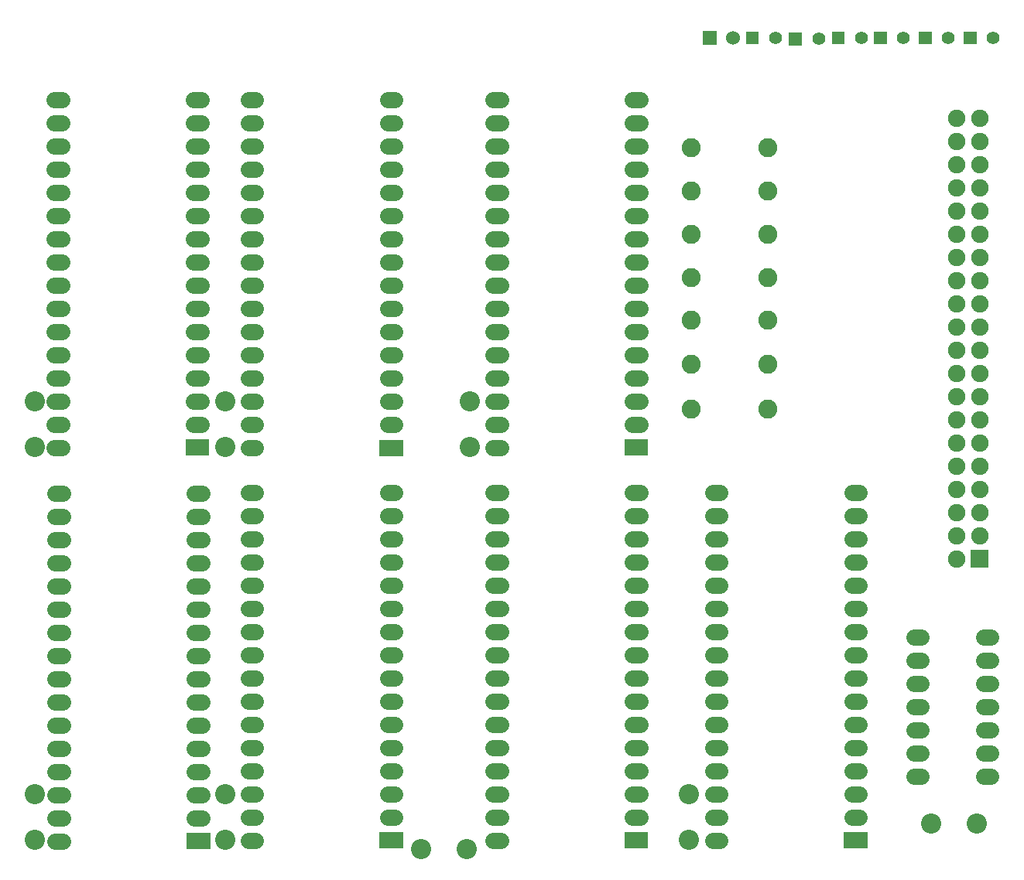
<source format=gts>
G04 Layer: TopSolderMaskLayer*
G04 EasyEDA v6.5.5, 2022-06-05 18:11:37*
G04 12dec15f9c8f45c78e1145ade07de6d6,0eaacf81f25c4b8caaffc9699626bf9f,10*
G04 Gerber Generator version 0.2*
G04 Scale: 100 percent, Rotated: No, Reflected: No *
G04 Dimensions in millimeters *
G04 leading zeros omitted , absolute positions ,4 integer and 5 decimal *
%FSLAX45Y45*%
%MOMM*%

%ADD27C,1.8034*%
%ADD28C,1.8032*%
%ADD30C,1.4224*%
%ADD31C,2.0828*%
%ADD33C,2.2032*%
%ADD35C,1.5240*%
%ADD37C,1.9032*%

%LPD*%
D27*
X9161007Y-8608999D02*
G01*
X9240987Y-8608999D01*
X9161007Y-8354999D02*
G01*
X9240987Y-8354999D01*
X9161007Y-7592999D02*
G01*
X9240987Y-7592999D01*
X9161007Y-7338999D02*
G01*
X9240987Y-7338999D01*
X9161007Y-8100999D02*
G01*
X9240987Y-8100999D01*
X9161007Y-7846999D02*
G01*
X9240987Y-7846999D01*
X9161007Y-7084999D02*
G01*
X9240987Y-7084999D01*
X8399007Y-7084999D02*
G01*
X8478987Y-7084999D01*
X8399007Y-7338999D02*
G01*
X8478987Y-7338999D01*
X8399007Y-7592999D02*
G01*
X8478987Y-7592999D01*
X8399007Y-7846999D02*
G01*
X8478987Y-7846999D01*
X8399007Y-8100999D02*
G01*
X8478987Y-8100999D01*
X8399007Y-8354999D02*
G01*
X8478987Y-8354999D01*
X8399007Y-8608999D02*
G01*
X8478987Y-8608999D01*
D28*
X-921898Y-1195070D02*
G01*
X-1001897Y-1195070D01*
X602101Y-4751070D02*
G01*
X522102Y-4751070D01*
X-921898Y-1449070D02*
G01*
X-1001897Y-1449070D01*
X602101Y-4497070D02*
G01*
X522102Y-4497070D01*
X-921898Y-1703070D02*
G01*
X-1001897Y-1703070D01*
X602101Y-4243070D02*
G01*
X522102Y-4243070D01*
X-921898Y-1957070D02*
G01*
X-1001897Y-1957070D01*
X602101Y-3989070D02*
G01*
X522102Y-3989070D01*
X-921898Y-2211070D02*
G01*
X-1001897Y-2211070D01*
X602101Y-3735070D02*
G01*
X522102Y-3735070D01*
X-921898Y-2465070D02*
G01*
X-1001897Y-2465070D01*
X602101Y-3481070D02*
G01*
X522102Y-3481070D01*
X-921898Y-2719070D02*
G01*
X-1001897Y-2719070D01*
X602101Y-3227070D02*
G01*
X522102Y-3227070D01*
X-921898Y-2973070D02*
G01*
X-1001897Y-2973070D01*
X602101Y-2973070D02*
G01*
X522102Y-2973070D01*
X-921898Y-3227070D02*
G01*
X-1001897Y-3227070D01*
X602101Y-2719070D02*
G01*
X522102Y-2719070D01*
X-921898Y-3481070D02*
G01*
X-1001897Y-3481070D01*
X602101Y-2465070D02*
G01*
X522102Y-2465070D01*
X-921898Y-3735070D02*
G01*
X-1001897Y-3735070D01*
X602101Y-2211070D02*
G01*
X522102Y-2211070D01*
X-921898Y-3989070D02*
G01*
X-1001897Y-3989070D01*
X602101Y-1957070D02*
G01*
X522102Y-1957070D01*
X-921898Y-4243070D02*
G01*
X-1001897Y-4243070D01*
X602101Y-1703070D02*
G01*
X522102Y-1703070D01*
X-921898Y-4497070D02*
G01*
X-1001897Y-4497070D01*
X602101Y-1449070D02*
G01*
X522102Y-1449070D01*
X-921898Y-4751070D02*
G01*
X-1001897Y-4751070D01*
X602101Y-1195070D02*
G01*
X522102Y-1195070D01*
X-921898Y-5005070D02*
G01*
X-1001897Y-5005070D01*
X1197985Y-1200912D02*
G01*
X1117986Y-1200912D01*
X2721985Y-4756912D02*
G01*
X2641986Y-4756912D01*
X1197985Y-1454912D02*
G01*
X1117986Y-1454912D01*
X2721985Y-4502912D02*
G01*
X2641986Y-4502912D01*
X1197985Y-1708912D02*
G01*
X1117986Y-1708912D01*
X2721985Y-4248912D02*
G01*
X2641986Y-4248912D01*
X1197985Y-1962912D02*
G01*
X1117986Y-1962912D01*
X2721985Y-3994912D02*
G01*
X2641986Y-3994912D01*
X1197985Y-2216912D02*
G01*
X1117986Y-2216912D01*
X2721985Y-3740912D02*
G01*
X2641986Y-3740912D01*
X1197985Y-2470912D02*
G01*
X1117986Y-2470912D01*
X2721985Y-3486912D02*
G01*
X2641986Y-3486912D01*
X1197985Y-2724912D02*
G01*
X1117986Y-2724912D01*
X2721985Y-3232912D02*
G01*
X2641986Y-3232912D01*
X1197985Y-2978912D02*
G01*
X1117986Y-2978912D01*
X2721985Y-2978912D02*
G01*
X2641986Y-2978912D01*
X1197985Y-3232912D02*
G01*
X1117986Y-3232912D01*
X2721985Y-2724912D02*
G01*
X2641986Y-2724912D01*
X1197985Y-3486912D02*
G01*
X1117986Y-3486912D01*
X2721985Y-2470912D02*
G01*
X2641986Y-2470912D01*
X1197985Y-3740912D02*
G01*
X1117986Y-3740912D01*
X2721985Y-2216912D02*
G01*
X2641986Y-2216912D01*
X1197985Y-3994912D02*
G01*
X1117986Y-3994912D01*
X2721985Y-1962912D02*
G01*
X2641986Y-1962912D01*
X1197985Y-4248912D02*
G01*
X1117986Y-4248912D01*
X2721985Y-1708912D02*
G01*
X2641986Y-1708912D01*
X1197985Y-4502912D02*
G01*
X1117986Y-4502912D01*
X2721985Y-1454912D02*
G01*
X2641986Y-1454912D01*
X1197985Y-4756912D02*
G01*
X1117986Y-4756912D01*
X2721985Y-1200912D02*
G01*
X2641986Y-1200912D01*
X1197985Y-5010912D02*
G01*
X1117986Y-5010912D01*
X3877939Y-1195070D02*
G01*
X3797940Y-1195070D01*
X5401939Y-4751070D02*
G01*
X5321940Y-4751070D01*
X3877939Y-1449070D02*
G01*
X3797940Y-1449070D01*
X5401939Y-4497070D02*
G01*
X5321940Y-4497070D01*
X3877939Y-1703070D02*
G01*
X3797940Y-1703070D01*
X5401939Y-4243070D02*
G01*
X5321940Y-4243070D01*
X3877939Y-1957070D02*
G01*
X3797940Y-1957070D01*
X5401939Y-3989070D02*
G01*
X5321940Y-3989070D01*
X3877939Y-2211070D02*
G01*
X3797940Y-2211070D01*
X5401939Y-3735070D02*
G01*
X5321940Y-3735070D01*
X3877939Y-2465070D02*
G01*
X3797940Y-2465070D01*
X5401939Y-3481070D02*
G01*
X5321940Y-3481070D01*
X3877939Y-2719070D02*
G01*
X3797940Y-2719070D01*
X5401939Y-3227070D02*
G01*
X5321940Y-3227070D01*
X3877939Y-2973070D02*
G01*
X3797940Y-2973070D01*
X5401939Y-2973070D02*
G01*
X5321940Y-2973070D01*
X3877939Y-3227070D02*
G01*
X3797940Y-3227070D01*
X5401939Y-2719070D02*
G01*
X5321940Y-2719070D01*
X3877939Y-3481070D02*
G01*
X3797940Y-3481070D01*
X5401939Y-2465070D02*
G01*
X5321940Y-2465070D01*
X3877939Y-3735070D02*
G01*
X3797940Y-3735070D01*
X5401939Y-2211070D02*
G01*
X5321940Y-2211070D01*
X3877939Y-3989070D02*
G01*
X3797940Y-3989070D01*
X5401939Y-1957070D02*
G01*
X5321940Y-1957070D01*
X3877939Y-4243070D02*
G01*
X3797940Y-4243070D01*
X5401939Y-1703070D02*
G01*
X5321940Y-1703070D01*
X3877939Y-4497070D02*
G01*
X3797940Y-4497070D01*
X5401939Y-1449070D02*
G01*
X5321940Y-1449070D01*
X3877939Y-4751070D02*
G01*
X3797940Y-4751070D01*
X5401939Y-1195070D02*
G01*
X5321940Y-1195070D01*
X3877939Y-5005070D02*
G01*
X3797940Y-5005070D01*
X-911992Y-5504942D02*
G01*
X-991991Y-5504942D01*
X612007Y-9060942D02*
G01*
X532008Y-9060942D01*
X-911992Y-5758942D02*
G01*
X-991991Y-5758942D01*
X612007Y-8806942D02*
G01*
X532008Y-8806942D01*
X-911992Y-6012942D02*
G01*
X-991991Y-6012942D01*
X612007Y-8552942D02*
G01*
X532008Y-8552942D01*
X-911992Y-6266942D02*
G01*
X-991991Y-6266942D01*
X612007Y-8298942D02*
G01*
X532008Y-8298942D01*
X-911992Y-6520942D02*
G01*
X-991991Y-6520942D01*
X612007Y-8044942D02*
G01*
X532008Y-8044942D01*
X-911992Y-6774942D02*
G01*
X-991991Y-6774942D01*
X612007Y-7790942D02*
G01*
X532008Y-7790942D01*
X-911992Y-7028942D02*
G01*
X-991991Y-7028942D01*
X612007Y-7536942D02*
G01*
X532008Y-7536942D01*
X-911992Y-7282942D02*
G01*
X-991991Y-7282942D01*
X612007Y-7282942D02*
G01*
X532008Y-7282942D01*
X-911992Y-7536942D02*
G01*
X-991991Y-7536942D01*
X612007Y-7028942D02*
G01*
X532008Y-7028942D01*
X-911992Y-7790942D02*
G01*
X-991991Y-7790942D01*
X612007Y-6774942D02*
G01*
X532008Y-6774942D01*
X-911992Y-8044942D02*
G01*
X-991991Y-8044942D01*
X612007Y-6520942D02*
G01*
X532008Y-6520942D01*
X-911992Y-8298942D02*
G01*
X-991991Y-8298942D01*
X612007Y-6266942D02*
G01*
X532008Y-6266942D01*
X-911992Y-8552942D02*
G01*
X-991991Y-8552942D01*
X612007Y-6012942D02*
G01*
X532008Y-6012942D01*
X-911992Y-8806942D02*
G01*
X-991991Y-8806942D01*
X612007Y-5758942D02*
G01*
X532008Y-5758942D01*
X-911992Y-9060942D02*
G01*
X-991991Y-9060942D01*
X612007Y-5504942D02*
G01*
X532008Y-5504942D01*
X-911992Y-9314942D02*
G01*
X-991991Y-9314942D01*
X1197985Y-5495036D02*
G01*
X1117986Y-5495036D01*
X2721985Y-9051036D02*
G01*
X2641986Y-9051036D01*
X1197985Y-5749036D02*
G01*
X1117986Y-5749036D01*
X2721985Y-8797036D02*
G01*
X2641986Y-8797036D01*
X1197985Y-6003036D02*
G01*
X1117986Y-6003036D01*
X2721985Y-8543036D02*
G01*
X2641986Y-8543036D01*
X1197985Y-6257036D02*
G01*
X1117986Y-6257036D01*
X2721985Y-8289036D02*
G01*
X2641986Y-8289036D01*
X1197985Y-6511036D02*
G01*
X1117986Y-6511036D01*
X2721985Y-8035036D02*
G01*
X2641986Y-8035036D01*
X1197985Y-6765036D02*
G01*
X1117986Y-6765036D01*
X2721985Y-7781036D02*
G01*
X2641986Y-7781036D01*
X1197985Y-7019036D02*
G01*
X1117986Y-7019036D01*
X2721985Y-7527036D02*
G01*
X2641986Y-7527036D01*
X1197985Y-7273036D02*
G01*
X1117986Y-7273036D01*
X2721985Y-7273036D02*
G01*
X2641986Y-7273036D01*
X1197985Y-7527036D02*
G01*
X1117986Y-7527036D01*
X2721985Y-7019036D02*
G01*
X2641986Y-7019036D01*
X1197985Y-7781036D02*
G01*
X1117986Y-7781036D01*
X2721985Y-6765036D02*
G01*
X2641986Y-6765036D01*
X1197985Y-8035036D02*
G01*
X1117986Y-8035036D01*
X2721985Y-6511036D02*
G01*
X2641986Y-6511036D01*
X1197985Y-8289036D02*
G01*
X1117986Y-8289036D01*
X2721985Y-6257036D02*
G01*
X2641986Y-6257036D01*
X1197985Y-8543036D02*
G01*
X1117986Y-8543036D01*
X2721985Y-6003036D02*
G01*
X2641986Y-6003036D01*
X1197985Y-8797036D02*
G01*
X1117986Y-8797036D01*
X2721985Y-5749036D02*
G01*
X2641986Y-5749036D01*
X1197985Y-9051036D02*
G01*
X1117986Y-9051036D01*
X2721985Y-5495036D02*
G01*
X2641986Y-5495036D01*
X1197985Y-9305036D02*
G01*
X1117986Y-9305036D01*
X3877939Y-5495036D02*
G01*
X3797940Y-5495036D01*
X5401939Y-9051036D02*
G01*
X5321940Y-9051036D01*
X3877939Y-5749036D02*
G01*
X3797940Y-5749036D01*
X5401939Y-8797036D02*
G01*
X5321940Y-8797036D01*
X3877939Y-6003036D02*
G01*
X3797940Y-6003036D01*
X5401939Y-8543036D02*
G01*
X5321940Y-8543036D01*
X3877939Y-6257036D02*
G01*
X3797940Y-6257036D01*
X5401939Y-8289036D02*
G01*
X5321940Y-8289036D01*
X3877939Y-6511036D02*
G01*
X3797940Y-6511036D01*
X5401939Y-8035036D02*
G01*
X5321940Y-8035036D01*
X3877939Y-6765036D02*
G01*
X3797940Y-6765036D01*
X5401939Y-7781036D02*
G01*
X5321940Y-7781036D01*
X3877939Y-7019036D02*
G01*
X3797940Y-7019036D01*
X5401939Y-7527036D02*
G01*
X5321940Y-7527036D01*
X3877939Y-7273036D02*
G01*
X3797940Y-7273036D01*
X5401939Y-7273036D02*
G01*
X5321940Y-7273036D01*
X3877939Y-7527036D02*
G01*
X3797940Y-7527036D01*
X5401939Y-7019036D02*
G01*
X5321940Y-7019036D01*
X3877939Y-7781036D02*
G01*
X3797940Y-7781036D01*
X5401939Y-6765036D02*
G01*
X5321940Y-6765036D01*
X3877939Y-8035036D02*
G01*
X3797940Y-8035036D01*
X5401939Y-6511036D02*
G01*
X5321940Y-6511036D01*
X3877939Y-8289036D02*
G01*
X3797940Y-8289036D01*
X5401939Y-6257036D02*
G01*
X5321940Y-6257036D01*
X3877939Y-8543036D02*
G01*
X3797940Y-8543036D01*
X5401939Y-6003036D02*
G01*
X5321940Y-6003036D01*
X3877939Y-8797036D02*
G01*
X3797940Y-8797036D01*
X5401939Y-5749036D02*
G01*
X5321940Y-5749036D01*
X3877939Y-9051036D02*
G01*
X3797940Y-9051036D01*
X5401939Y-5495036D02*
G01*
X5321940Y-5495036D01*
X3877939Y-9305036D02*
G01*
X3797940Y-9305036D01*
X6277985Y-5495036D02*
G01*
X6197986Y-5495036D01*
X7801985Y-9051036D02*
G01*
X7721986Y-9051036D01*
X6277985Y-5749036D02*
G01*
X6197986Y-5749036D01*
X7801985Y-8797036D02*
G01*
X7721986Y-8797036D01*
X6277985Y-6003036D02*
G01*
X6197986Y-6003036D01*
X7801985Y-8543036D02*
G01*
X7721986Y-8543036D01*
X6277985Y-6257036D02*
G01*
X6197986Y-6257036D01*
X7801985Y-8289036D02*
G01*
X7721986Y-8289036D01*
X6277985Y-6511036D02*
G01*
X6197986Y-6511036D01*
X7801985Y-8035036D02*
G01*
X7721986Y-8035036D01*
X6277985Y-6765036D02*
G01*
X6197986Y-6765036D01*
X7801985Y-7781036D02*
G01*
X7721986Y-7781036D01*
X6277985Y-7019036D02*
G01*
X6197986Y-7019036D01*
X7801985Y-7527036D02*
G01*
X7721986Y-7527036D01*
X6277985Y-7273036D02*
G01*
X6197986Y-7273036D01*
X7801985Y-7273036D02*
G01*
X7721986Y-7273036D01*
X6277985Y-7527036D02*
G01*
X6197986Y-7527036D01*
X7801985Y-7019036D02*
G01*
X7721986Y-7019036D01*
X6277985Y-7781036D02*
G01*
X6197986Y-7781036D01*
X7801985Y-6765036D02*
G01*
X7721986Y-6765036D01*
X6277985Y-8035036D02*
G01*
X6197986Y-8035036D01*
X7801985Y-6511036D02*
G01*
X7721986Y-6511036D01*
X6277985Y-8289036D02*
G01*
X6197986Y-8289036D01*
X7801985Y-6257036D02*
G01*
X7721986Y-6257036D01*
X6277985Y-8543036D02*
G01*
X6197986Y-8543036D01*
X7801985Y-6003036D02*
G01*
X7721986Y-6003036D01*
X6277985Y-8797036D02*
G01*
X6197986Y-8797036D01*
X7801985Y-5749036D02*
G01*
X7721986Y-5749036D01*
X6277985Y-9051036D02*
G01*
X6197986Y-9051036D01*
X7801985Y-5495036D02*
G01*
X7721986Y-5495036D01*
X6277985Y-9305036D02*
G01*
X6197986Y-9305036D01*
G36*
X6561836Y-591057D02*
G01*
X6561836Y-448818D01*
X6704075Y-448818D01*
X6704075Y-591057D01*
G37*
D30*
G01*
X6887006Y-519988D03*
G36*
X7031990Y-601218D02*
G01*
X7031990Y-458978D01*
X7174229Y-458978D01*
X7174229Y-601218D01*
G37*
G01*
X7357008Y-529996D03*
G36*
X7501890Y-591057D02*
G01*
X7501890Y-448818D01*
X7644129Y-448818D01*
X7644129Y-591057D01*
G37*
G01*
X7827009Y-519988D03*
G36*
X7961884Y-591057D02*
G01*
X7961884Y-448818D01*
X8104124Y-448818D01*
X8104124Y-591057D01*
G37*
G01*
X8287004Y-519988D03*
G36*
X8451850Y-591057D02*
G01*
X8451850Y-448818D01*
X8594090Y-448818D01*
X8594090Y-591057D01*
G37*
G01*
X8777020Y-519988D03*
G36*
X8941815Y-591057D02*
G01*
X8941815Y-448818D01*
X9084056Y-448818D01*
X9084056Y-591057D01*
G37*
G01*
X9267012Y-519988D03*
D31*
G01*
X5960008Y-2199995D03*
G01*
X6798208Y-2199995D03*
G01*
X5960008Y-2669997D03*
G01*
X6798208Y-2669997D03*
G01*
X5960008Y-3139998D03*
G01*
X6798208Y-3139998D03*
G01*
X5960008Y-3610000D03*
G01*
X6798208Y-3610000D03*
G01*
X5960008Y-4090009D03*
G01*
X6798208Y-4090009D03*
G01*
X5960008Y-4580001D03*
G01*
X6798208Y-4580001D03*
G36*
X432054Y-5095239D02*
G01*
X432054Y-4914900D01*
X692150Y-4914900D01*
X692150Y-5095239D01*
G37*
G36*
X2551938Y-5101081D02*
G01*
X2551938Y-4920742D01*
X2812034Y-4920742D01*
X2812034Y-5101081D01*
G37*
G36*
X5231891Y-5095239D02*
G01*
X5231891Y-4914900D01*
X5491988Y-4914900D01*
X5491988Y-5095239D01*
G37*
G36*
X441960Y-9405112D02*
G01*
X441960Y-9224771D01*
X702055Y-9224771D01*
X702055Y-9405112D01*
G37*
G36*
X2551938Y-9395205D02*
G01*
X2551938Y-9214865D01*
X2812034Y-9214865D01*
X2812034Y-9395205D01*
G37*
G36*
X5231891Y-9395205D02*
G01*
X5231891Y-9214865D01*
X5491988Y-9214865D01*
X5491988Y-9395205D01*
G37*
G36*
X7631938Y-9395205D02*
G01*
X7631938Y-9214865D01*
X7892034Y-9214865D01*
X7892034Y-9395205D01*
G37*
G01*
X5960008Y-1720011D03*
G01*
X6798208Y-1720011D03*
D33*
G01*
X3010004Y-9400037D03*
G01*
X3510003Y-9400037D03*
G01*
X-1219959Y-9299991D03*
G01*
X-1219959Y-8799992D03*
G01*
X870021Y-9299994D03*
G01*
X870021Y-8799995D03*
G01*
X5940023Y-9300006D03*
G01*
X5940023Y-8800007D03*
G01*
X-1220022Y-4999977D03*
G01*
X-1220022Y-4499978D03*
G01*
X870028Y-4999992D03*
G01*
X870028Y-4499993D03*
G01*
X3540031Y-5000000D03*
G01*
X3540031Y-4500001D03*
G01*
X9090025Y-9119996D03*
G01*
X8590025Y-9119996D03*
G36*
X6086856Y-596137D02*
G01*
X6086856Y-443737D01*
X6239256Y-443737D01*
X6239256Y-596137D01*
G37*
D35*
G01*
X6417030Y-519988D03*
G36*
X9023350Y-6318250D02*
G01*
X9023350Y-6127750D01*
X9213850Y-6127750D01*
X9213850Y-6318250D01*
G37*
D37*
G01*
X8864600Y-6223000D03*
G01*
X9118600Y-5969000D03*
G01*
X8864600Y-5969000D03*
G01*
X9118600Y-5715000D03*
G01*
X8864600Y-5715000D03*
G01*
X9118600Y-5461000D03*
G01*
X8864600Y-5461000D03*
G01*
X9118600Y-5207000D03*
G01*
X8864600Y-5207000D03*
G01*
X9118600Y-4953000D03*
G01*
X8864600Y-4953000D03*
G01*
X9118600Y-4699000D03*
G01*
X8864600Y-4699000D03*
G01*
X9118600Y-4445000D03*
G01*
X8864600Y-4445000D03*
G01*
X9118600Y-4191000D03*
G01*
X8864600Y-4191000D03*
G01*
X9118600Y-3937000D03*
G01*
X8864600Y-3937000D03*
G01*
X9118600Y-3683000D03*
G01*
X8864600Y-3683000D03*
G01*
X9118600Y-3429000D03*
G01*
X8864600Y-3429000D03*
G01*
X9118600Y-3175000D03*
G01*
X8864600Y-3175000D03*
G01*
X9118600Y-2921000D03*
G01*
X8864600Y-2921000D03*
G01*
X9118600Y-2667000D03*
G01*
X8864600Y-2667000D03*
G01*
X9118600Y-2413000D03*
G01*
X8864600Y-2413000D03*
G01*
X9118600Y-2159000D03*
G01*
X8864600Y-2159000D03*
G01*
X9118600Y-1905000D03*
G01*
X8864600Y-1905000D03*
G01*
X9118600Y-1651000D03*
G01*
X8864600Y-1651000D03*
G01*
X9118600Y-1397000D03*
G01*
X8864600Y-1397000D03*
M02*

</source>
